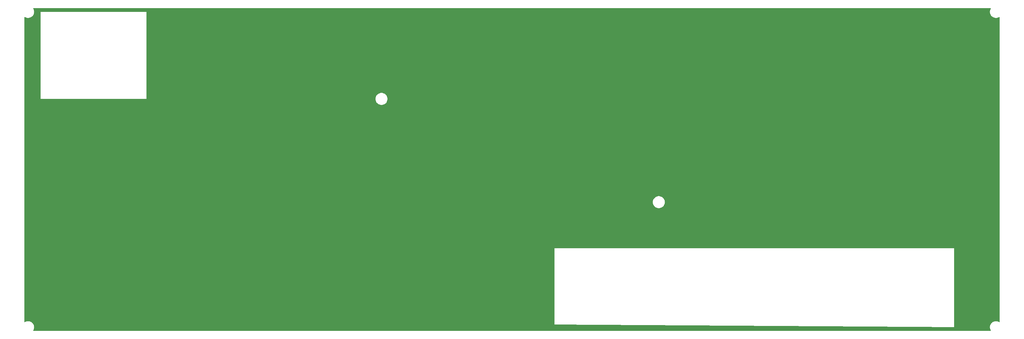
<source format=gbr>
%TF.GenerationSoftware,KiCad,Pcbnew,8.0.1*%
%TF.CreationDate,2024-05-23T20:02:43-06:00*%
%TF.ProjectId,BackDesign,4261636b-4465-4736-9967-6e2e6b696361,rev?*%
%TF.SameCoordinates,Original*%
%TF.FileFunction,Copper,L1,Top*%
%TF.FilePolarity,Positive*%
%FSLAX46Y46*%
G04 Gerber Fmt 4.6, Leading zero omitted, Abs format (unit mm)*
G04 Created by KiCad (PCBNEW 8.0.1) date 2024-05-23 20:02:43*
%MOMM*%
%LPD*%
G01*
G04 APERTURE LIST*
G04 APERTURE END LIST*
%TA.AperFunction,NonConductor*%
G36*
X336118384Y-67984685D02*
G01*
X336164139Y-68037489D01*
X336174083Y-68106647D01*
X336158732Y-68151000D01*
X336078332Y-68290256D01*
X335982482Y-68534478D01*
X335982476Y-68534497D01*
X335924097Y-68790274D01*
X335924096Y-68790279D01*
X335904492Y-69051895D01*
X335904492Y-69051900D01*
X335924096Y-69313520D01*
X335924097Y-69313525D01*
X335982476Y-69569302D01*
X335982478Y-69569311D01*
X335982480Y-69569316D01*
X336078332Y-69813543D01*
X336209514Y-70040757D01*
X336341636Y-70206433D01*
X336373098Y-70245885D01*
X336554653Y-70414341D01*
X336565421Y-70424333D01*
X336782196Y-70572128D01*
X336782201Y-70572130D01*
X336782202Y-70572131D01*
X336782203Y-70572132D01*
X336834009Y-70597080D01*
X337018573Y-70685961D01*
X337018574Y-70685961D01*
X337018577Y-70685963D01*
X337269285Y-70763296D01*
X337528718Y-70802400D01*
X337791082Y-70802400D01*
X338050515Y-70763296D01*
X338301223Y-70685963D01*
X338537604Y-70572128D01*
X338552948Y-70561666D01*
X338619425Y-70540165D01*
X338686975Y-70558017D01*
X338734150Y-70609556D01*
X338746800Y-70664119D01*
X338746800Y-159508880D01*
X338727115Y-159575919D01*
X338674311Y-159621674D01*
X338605153Y-159631618D01*
X338552950Y-159611334D01*
X338537611Y-159600876D01*
X338537596Y-159600867D01*
X338301225Y-159487038D01*
X338301227Y-159487038D01*
X338050523Y-159409706D01*
X338050519Y-159409705D01*
X338050515Y-159409704D01*
X337925723Y-159390894D01*
X337791087Y-159370600D01*
X337791082Y-159370600D01*
X337528718Y-159370600D01*
X337528712Y-159370600D01*
X337367147Y-159394953D01*
X337269285Y-159409704D01*
X337269282Y-159409705D01*
X337269276Y-159409706D01*
X337018573Y-159487038D01*
X336782203Y-159600867D01*
X336782202Y-159600868D01*
X336565420Y-159748667D01*
X336373098Y-159927114D01*
X336209514Y-160132243D01*
X336078332Y-160359456D01*
X335982482Y-160603678D01*
X335982476Y-160603697D01*
X335924097Y-160859474D01*
X335924096Y-160859479D01*
X335904492Y-161121095D01*
X335904492Y-161121104D01*
X335924096Y-161382720D01*
X335924097Y-161382725D01*
X335982476Y-161638502D01*
X335982482Y-161638521D01*
X336078332Y-161882743D01*
X336158732Y-162022000D01*
X336175205Y-162089900D01*
X336152352Y-162155927D01*
X336097431Y-162199118D01*
X336051345Y-162208000D01*
X56711255Y-162208000D01*
X56644216Y-162188315D01*
X56598461Y-162135511D01*
X56588517Y-162066353D01*
X56603868Y-162022000D01*
X56606953Y-162016656D01*
X56684268Y-161882743D01*
X56780120Y-161638516D01*
X56838502Y-161382730D01*
X56858108Y-161121100D01*
X56838502Y-160859470D01*
X56780120Y-160603684D01*
X56684268Y-160359457D01*
X56553086Y-160132243D01*
X56389505Y-159927119D01*
X56389504Y-159927118D01*
X56389501Y-159927114D01*
X56197179Y-159748667D01*
X56189599Y-159743499D01*
X55980404Y-159600872D01*
X55980400Y-159600870D01*
X55980397Y-159600868D01*
X55980396Y-159600867D01*
X55744025Y-159487038D01*
X55744027Y-159487038D01*
X55493323Y-159409706D01*
X55493319Y-159409705D01*
X55493315Y-159409704D01*
X55368523Y-159390894D01*
X55233887Y-159370600D01*
X55233882Y-159370600D01*
X54971518Y-159370600D01*
X54971512Y-159370600D01*
X54809947Y-159394953D01*
X54712085Y-159409704D01*
X54712082Y-159409705D01*
X54712076Y-159409706D01*
X54461373Y-159487038D01*
X54225003Y-159600867D01*
X54224988Y-159600876D01*
X54209650Y-159611334D01*
X54143171Y-159632834D01*
X54075621Y-159614979D01*
X54028448Y-159563439D01*
X54015800Y-159508880D01*
X54015800Y-138103800D01*
X208743100Y-138103800D01*
X208743100Y-160327400D01*
X325417000Y-161121100D01*
X325417000Y-138103800D01*
X208743100Y-138103800D01*
X54015800Y-138103800D01*
X54015800Y-124610904D01*
X237485692Y-124610904D01*
X237505296Y-124872520D01*
X237505297Y-124872525D01*
X237563676Y-125128302D01*
X237563678Y-125128311D01*
X237563680Y-125128316D01*
X237659532Y-125372543D01*
X237790714Y-125599757D01*
X237922836Y-125765433D01*
X237954298Y-125804885D01*
X238135853Y-125973341D01*
X238146621Y-125983333D01*
X238363396Y-126131128D01*
X238363401Y-126131130D01*
X238363402Y-126131131D01*
X238363403Y-126131132D01*
X238488943Y-126191588D01*
X238599773Y-126244961D01*
X238599774Y-126244961D01*
X238599777Y-126244963D01*
X238850485Y-126322296D01*
X239109918Y-126361400D01*
X239372282Y-126361400D01*
X239631715Y-126322296D01*
X239882423Y-126244963D01*
X240118804Y-126131128D01*
X240335579Y-125983333D01*
X240527905Y-125804881D01*
X240691486Y-125599757D01*
X240822668Y-125372543D01*
X240918520Y-125128316D01*
X240976902Y-124872530D01*
X240996508Y-124610900D01*
X240976902Y-124349270D01*
X240918520Y-124093484D01*
X240822668Y-123849257D01*
X240691486Y-123622043D01*
X240527905Y-123416919D01*
X240527904Y-123416918D01*
X240527901Y-123416914D01*
X240335579Y-123238467D01*
X240118804Y-123090672D01*
X240118800Y-123090670D01*
X240118797Y-123090668D01*
X240118796Y-123090667D01*
X239882425Y-122976838D01*
X239882427Y-122976838D01*
X239631723Y-122899506D01*
X239631719Y-122899505D01*
X239631715Y-122899504D01*
X239506923Y-122880694D01*
X239372287Y-122860400D01*
X239372282Y-122860400D01*
X239109918Y-122860400D01*
X239109912Y-122860400D01*
X238948347Y-122884753D01*
X238850485Y-122899504D01*
X238850482Y-122899505D01*
X238850476Y-122899506D01*
X238599773Y-122976838D01*
X238363403Y-123090667D01*
X238363402Y-123090668D01*
X238146620Y-123238467D01*
X237954298Y-123416914D01*
X237790714Y-123622043D01*
X237659532Y-123849256D01*
X237563682Y-124093478D01*
X237563676Y-124093497D01*
X237505297Y-124349274D01*
X237505296Y-124349279D01*
X237485692Y-124610895D01*
X237485692Y-124610904D01*
X54015800Y-124610904D01*
X54015800Y-70664119D01*
X54035485Y-70597080D01*
X54088289Y-70551325D01*
X54157447Y-70541381D01*
X54209650Y-70561665D01*
X54224996Y-70572128D01*
X54224999Y-70572129D01*
X54225003Y-70572132D01*
X54276809Y-70597080D01*
X54461373Y-70685961D01*
X54461374Y-70685961D01*
X54461377Y-70685963D01*
X54712085Y-70763296D01*
X54971518Y-70802400D01*
X55233882Y-70802400D01*
X55493315Y-70763296D01*
X55744023Y-70685963D01*
X55980404Y-70572128D01*
X56197179Y-70424333D01*
X56389505Y-70245881D01*
X56553086Y-70040757D01*
X56684268Y-69813543D01*
X56780120Y-69569316D01*
X56838502Y-69313530D01*
X56858108Y-69051900D01*
X58733800Y-69051900D01*
X58733800Y-94450300D01*
X89688100Y-94450300D01*
X156528292Y-94450300D01*
X156547896Y-94711920D01*
X156547897Y-94711925D01*
X156606276Y-94967702D01*
X156606278Y-94967711D01*
X156606280Y-94967716D01*
X156702132Y-95211943D01*
X156833314Y-95439157D01*
X156965436Y-95604833D01*
X156996898Y-95644285D01*
X157178453Y-95812741D01*
X157189221Y-95822733D01*
X157405996Y-95970528D01*
X157406001Y-95970530D01*
X157406002Y-95970531D01*
X157406003Y-95970532D01*
X157531543Y-96030988D01*
X157642373Y-96084361D01*
X157642374Y-96084361D01*
X157642377Y-96084363D01*
X157893085Y-96161696D01*
X158152518Y-96200800D01*
X158414882Y-96200800D01*
X158674315Y-96161696D01*
X158925023Y-96084363D01*
X159161404Y-95970528D01*
X159378179Y-95822733D01*
X159570505Y-95644281D01*
X159734086Y-95439157D01*
X159865268Y-95211943D01*
X159961120Y-94967716D01*
X160019502Y-94711930D01*
X160039108Y-94450300D01*
X160019502Y-94188670D01*
X159961120Y-93932884D01*
X159865268Y-93688657D01*
X159734086Y-93461443D01*
X159570505Y-93256319D01*
X159570504Y-93256318D01*
X159570501Y-93256314D01*
X159378179Y-93077867D01*
X159161404Y-92930072D01*
X159161400Y-92930070D01*
X159161397Y-92930068D01*
X159161396Y-92930067D01*
X158925025Y-92816238D01*
X158925027Y-92816238D01*
X158674323Y-92738906D01*
X158674319Y-92738905D01*
X158674315Y-92738904D01*
X158549523Y-92720094D01*
X158414887Y-92699800D01*
X158414882Y-92699800D01*
X158152518Y-92699800D01*
X158152512Y-92699800D01*
X157990947Y-92724153D01*
X157893085Y-92738904D01*
X157893082Y-92738905D01*
X157893076Y-92738906D01*
X157642373Y-92816238D01*
X157406003Y-92930067D01*
X157406002Y-92930068D01*
X157189220Y-93077867D01*
X156996898Y-93256314D01*
X156833314Y-93461443D01*
X156702132Y-93688656D01*
X156606282Y-93932878D01*
X156606276Y-93932897D01*
X156547897Y-94188674D01*
X156547896Y-94188679D01*
X156528292Y-94450295D01*
X156528292Y-94450300D01*
X89688100Y-94450300D01*
X89688100Y-69051900D01*
X58733800Y-69051900D01*
X56858108Y-69051900D01*
X56838502Y-68790270D01*
X56780120Y-68534484D01*
X56684268Y-68290257D01*
X56603868Y-68151000D01*
X56587395Y-68083100D01*
X56610248Y-68017073D01*
X56665169Y-67973882D01*
X56711255Y-67965000D01*
X336051345Y-67965000D01*
X336118384Y-67984685D01*
G37*
%TD.AperFunction*%
M02*

</source>
